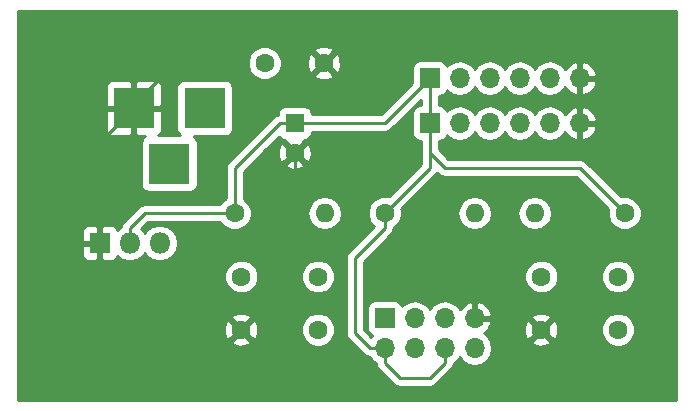
<source format=gbr>
G04 #@! TF.FileFunction,Copper,L2,Bot,Signal*
%FSLAX46Y46*%
G04 Gerber Fmt 4.6, Leading zero omitted, Abs format (unit mm)*
G04 Created by KiCad (PCBNEW 4.0.5+dfsg1-4~bpo8+1) date Mon Aug 28 11:49:41 2017*
%MOMM*%
%LPD*%
G01*
G04 APERTURE LIST*
%ADD10C,0.100000*%
%ADD11R,1.600000X1.600000*%
%ADD12C,1.600000*%
%ADD13R,3.500000X3.500000*%
%ADD14R,1.700000X1.700000*%
%ADD15O,1.700000X1.700000*%
%ADD16O,1.600000X1.600000*%
%ADD17R,1.800000X1.800000*%
%ADD18O,1.800000X1.800000*%
%ADD19C,0.250000*%
%ADD20C,0.254000*%
G04 APERTURE END LIST*
D10*
D11*
X148590000Y-64770000D03*
D12*
X148590000Y-67270000D03*
D13*
X140970000Y-63500000D03*
X134970000Y-63500000D03*
X137970000Y-68200000D03*
D14*
X156210000Y-81280000D03*
D15*
X156210000Y-83820000D03*
X158750000Y-81280000D03*
X158750000Y-83820000D03*
X161290000Y-81280000D03*
X161290000Y-83820000D03*
X163830000Y-81280000D03*
X163830000Y-83820000D03*
D12*
X156210000Y-72390000D03*
D16*
X163830000Y-72390000D03*
D12*
X176530000Y-72390000D03*
D16*
X168910000Y-72390000D03*
D12*
X143510000Y-72390000D03*
D16*
X151130000Y-72390000D03*
D12*
X150570000Y-82260000D03*
X150570000Y-77760000D03*
X144070000Y-82260000D03*
X144070000Y-77760000D03*
X175970000Y-82260000D03*
X175970000Y-77760000D03*
X169470000Y-82260000D03*
X169470000Y-77760000D03*
D17*
X132080000Y-74930000D03*
D18*
X134620000Y-74930000D03*
X137160000Y-74930000D03*
D12*
X146050000Y-59690000D03*
X151050000Y-59690000D03*
D14*
X160020000Y-60960000D03*
D15*
X162560000Y-60960000D03*
X165100000Y-60960000D03*
X167640000Y-60960000D03*
X170180000Y-60960000D03*
X172720000Y-60960000D03*
D14*
X160020000Y-64770000D03*
D15*
X162560000Y-64770000D03*
X165100000Y-64770000D03*
X167640000Y-64770000D03*
X170180000Y-64770000D03*
X172720000Y-64770000D03*
D19*
X163830000Y-81280000D02*
X168490000Y-81280000D01*
X168490000Y-81280000D02*
X169470000Y-82260000D01*
X172720000Y-64770000D02*
X175260000Y-64770000D01*
X172720000Y-79010000D02*
X169470000Y-82260000D01*
X172720000Y-76200000D02*
X172720000Y-79010000D01*
X173990000Y-74930000D02*
X172720000Y-76200000D01*
X177800000Y-74930000D02*
X173990000Y-74930000D01*
X179070000Y-73660000D02*
X177800000Y-74930000D01*
X179070000Y-68580000D02*
X179070000Y-73660000D01*
X175260000Y-64770000D02*
X179070000Y-68580000D01*
X172720000Y-60960000D02*
X172720000Y-64770000D01*
X151050000Y-59690000D02*
X151130000Y-59690000D01*
X151130000Y-59690000D02*
X152400000Y-58420000D01*
X172720000Y-59690000D02*
X172720000Y-60960000D01*
X171450000Y-58420000D02*
X172720000Y-59690000D01*
X152400000Y-58420000D02*
X171450000Y-58420000D01*
X139700000Y-78740000D02*
X143510000Y-74930000D01*
X148590000Y-72390000D02*
X148590000Y-67270000D01*
X146050000Y-74930000D02*
X148590000Y-72390000D01*
X143510000Y-74930000D02*
X146050000Y-74930000D01*
X132080000Y-74930000D02*
X132080000Y-76200000D01*
X140550000Y-78740000D02*
X144070000Y-82260000D01*
X134620000Y-78740000D02*
X139700000Y-78740000D01*
X139700000Y-78740000D02*
X140550000Y-78740000D01*
X132080000Y-76200000D02*
X134620000Y-78740000D01*
X134970000Y-63500000D02*
X134970000Y-63150000D01*
X134970000Y-63150000D02*
X138430000Y-59690000D01*
X148510000Y-62230000D02*
X151050000Y-59690000D01*
X144780000Y-62230000D02*
X148510000Y-62230000D01*
X142240000Y-59690000D02*
X144780000Y-62230000D01*
X138430000Y-59690000D02*
X142240000Y-59690000D01*
X132080000Y-74930000D02*
X132080000Y-66390000D01*
X132080000Y-66390000D02*
X134970000Y-63500000D01*
X156210000Y-83820000D02*
X156210000Y-85090000D01*
X161290000Y-85090000D02*
X161290000Y-83820000D01*
X160020000Y-86360000D02*
X161290000Y-85090000D01*
X157480000Y-86360000D02*
X160020000Y-86360000D01*
X156210000Y-85090000D02*
X157480000Y-86360000D01*
X156210000Y-72390000D02*
X156210000Y-73660000D01*
X154940000Y-83820000D02*
X156210000Y-83820000D01*
X153670000Y-82550000D02*
X154940000Y-83820000D01*
X153670000Y-76200000D02*
X153670000Y-82550000D01*
X156210000Y-73660000D02*
X153670000Y-76200000D01*
X160020000Y-66040000D02*
X160020000Y-67310000D01*
X172720000Y-68580000D02*
X176530000Y-72390000D01*
X161290000Y-68580000D02*
X172720000Y-68580000D01*
X160020000Y-67310000D02*
X161290000Y-68580000D01*
X160020000Y-64770000D02*
X160020000Y-66040000D01*
X160020000Y-66040000D02*
X160020000Y-68580000D01*
X160020000Y-68580000D02*
X156210000Y-72390000D01*
X160020000Y-60960000D02*
X160020000Y-64770000D01*
X148590000Y-64770000D02*
X156210000Y-64770000D01*
X156210000Y-64770000D02*
X160020000Y-60960000D01*
X143510000Y-72390000D02*
X143510000Y-68580000D01*
X147320000Y-64770000D02*
X148590000Y-64770000D01*
X143510000Y-68580000D02*
X147320000Y-64770000D01*
X134620000Y-74930000D02*
X134620000Y-73660000D01*
X135890000Y-72390000D02*
X143510000Y-72390000D01*
X134620000Y-73660000D02*
X135890000Y-72390000D01*
D20*
G36*
X180900000Y-88190000D02*
X125170000Y-88190000D01*
X125170000Y-83267745D01*
X143241861Y-83267745D01*
X143315995Y-83513864D01*
X143853223Y-83706965D01*
X144423454Y-83679778D01*
X144824005Y-83513864D01*
X144898139Y-83267745D01*
X144070000Y-82439605D01*
X143241861Y-83267745D01*
X125170000Y-83267745D01*
X125170000Y-82043223D01*
X142623035Y-82043223D01*
X142650222Y-82613454D01*
X142816136Y-83014005D01*
X143062255Y-83088139D01*
X143890395Y-82260000D01*
X144249605Y-82260000D01*
X145077745Y-83088139D01*
X145323864Y-83014005D01*
X145492735Y-82544187D01*
X149134752Y-82544187D01*
X149352757Y-83071800D01*
X149756077Y-83475824D01*
X150283309Y-83694750D01*
X150854187Y-83695248D01*
X151381800Y-83477243D01*
X151785824Y-83073923D01*
X152004750Y-82546691D01*
X152005248Y-81975813D01*
X151787243Y-81448200D01*
X151383923Y-81044176D01*
X150856691Y-80825250D01*
X150285813Y-80824752D01*
X149758200Y-81042757D01*
X149354176Y-81446077D01*
X149135250Y-81973309D01*
X149134752Y-82544187D01*
X145492735Y-82544187D01*
X145516965Y-82476777D01*
X145489778Y-81906546D01*
X145323864Y-81505995D01*
X145077745Y-81431861D01*
X144249605Y-82260000D01*
X143890395Y-82260000D01*
X143062255Y-81431861D01*
X142816136Y-81505995D01*
X142623035Y-82043223D01*
X125170000Y-82043223D01*
X125170000Y-81252255D01*
X143241861Y-81252255D01*
X144070000Y-82080395D01*
X144898139Y-81252255D01*
X144824005Y-81006136D01*
X144286777Y-80813035D01*
X143716546Y-80840222D01*
X143315995Y-81006136D01*
X143241861Y-81252255D01*
X125170000Y-81252255D01*
X125170000Y-78044187D01*
X142634752Y-78044187D01*
X142852757Y-78571800D01*
X143256077Y-78975824D01*
X143783309Y-79194750D01*
X144354187Y-79195248D01*
X144881800Y-78977243D01*
X145285824Y-78573923D01*
X145504750Y-78046691D01*
X145504752Y-78044187D01*
X149134752Y-78044187D01*
X149352757Y-78571800D01*
X149756077Y-78975824D01*
X150283309Y-79194750D01*
X150854187Y-79195248D01*
X151381800Y-78977243D01*
X151785824Y-78573923D01*
X152004750Y-78046691D01*
X152005248Y-77475813D01*
X151787243Y-76948200D01*
X151383923Y-76544176D01*
X150856691Y-76325250D01*
X150285813Y-76324752D01*
X149758200Y-76542757D01*
X149354176Y-76946077D01*
X149135250Y-77473309D01*
X149134752Y-78044187D01*
X145504752Y-78044187D01*
X145505248Y-77475813D01*
X145287243Y-76948200D01*
X144883923Y-76544176D01*
X144356691Y-76325250D01*
X143785813Y-76324752D01*
X143258200Y-76542757D01*
X142854176Y-76946077D01*
X142635250Y-77473309D01*
X142634752Y-78044187D01*
X125170000Y-78044187D01*
X125170000Y-75215750D01*
X130545000Y-75215750D01*
X130545000Y-75956310D01*
X130641673Y-76189699D01*
X130820302Y-76368327D01*
X131053691Y-76465000D01*
X131794250Y-76465000D01*
X131953000Y-76306250D01*
X131953000Y-75057000D01*
X130703750Y-75057000D01*
X130545000Y-75215750D01*
X125170000Y-75215750D01*
X125170000Y-73903690D01*
X130545000Y-73903690D01*
X130545000Y-74644250D01*
X130703750Y-74803000D01*
X131953000Y-74803000D01*
X131953000Y-73553750D01*
X132207000Y-73553750D01*
X132207000Y-74803000D01*
X132227000Y-74803000D01*
X132227000Y-75057000D01*
X132207000Y-75057000D01*
X132207000Y-76306250D01*
X132365750Y-76465000D01*
X133106309Y-76465000D01*
X133339698Y-76368327D01*
X133518327Y-76189699D01*
X133571878Y-76060417D01*
X134002509Y-76348155D01*
X134589928Y-76465000D01*
X134650072Y-76465000D01*
X135237491Y-76348155D01*
X135735481Y-76015409D01*
X135890000Y-75784155D01*
X136044519Y-76015409D01*
X136542509Y-76348155D01*
X137129928Y-76465000D01*
X137190072Y-76465000D01*
X137777491Y-76348155D01*
X138275481Y-76015409D01*
X138608227Y-75517419D01*
X138725072Y-74930000D01*
X138608227Y-74342581D01*
X138275481Y-73844591D01*
X137777491Y-73511845D01*
X137190072Y-73395000D01*
X137129928Y-73395000D01*
X136542509Y-73511845D01*
X136044519Y-73844591D01*
X135890000Y-74075845D01*
X135735481Y-73844591D01*
X135600441Y-73754361D01*
X136204802Y-73150000D01*
X142271354Y-73150000D01*
X142292757Y-73201800D01*
X142696077Y-73605824D01*
X143223309Y-73824750D01*
X143794187Y-73825248D01*
X144321800Y-73607243D01*
X144725824Y-73203923D01*
X144944750Y-72676691D01*
X144945000Y-72390000D01*
X149666887Y-72390000D01*
X149776120Y-72939151D01*
X150087189Y-73404698D01*
X150552736Y-73715767D01*
X151101887Y-73825000D01*
X151158113Y-73825000D01*
X151707264Y-73715767D01*
X152172811Y-73404698D01*
X152483880Y-72939151D01*
X152593113Y-72390000D01*
X152483880Y-71840849D01*
X152172811Y-71375302D01*
X151707264Y-71064233D01*
X151158113Y-70955000D01*
X151101887Y-70955000D01*
X150552736Y-71064233D01*
X150087189Y-71375302D01*
X149776120Y-71840849D01*
X149666887Y-72390000D01*
X144945000Y-72390000D01*
X144945248Y-72105813D01*
X144727243Y-71578200D01*
X144323923Y-71174176D01*
X144270000Y-71151785D01*
X144270000Y-68894802D01*
X144887057Y-68277745D01*
X147761861Y-68277745D01*
X147835995Y-68523864D01*
X148373223Y-68716965D01*
X148943454Y-68689778D01*
X149344005Y-68523864D01*
X149418139Y-68277745D01*
X148590000Y-67449605D01*
X147761861Y-68277745D01*
X144887057Y-68277745D01*
X146111579Y-67053223D01*
X147143035Y-67053223D01*
X147170222Y-67623454D01*
X147336136Y-68024005D01*
X147582255Y-68098139D01*
X148410395Y-67270000D01*
X148769605Y-67270000D01*
X149597745Y-68098139D01*
X149843864Y-68024005D01*
X150036965Y-67486777D01*
X150009778Y-66916546D01*
X149843864Y-66515995D01*
X149597745Y-66441861D01*
X148769605Y-67270000D01*
X148410395Y-67270000D01*
X147582255Y-66441861D01*
X147336136Y-66515995D01*
X147143035Y-67053223D01*
X146111579Y-67053223D01*
X147254436Y-65910366D01*
X147325910Y-66021441D01*
X147538110Y-66166431D01*
X147776201Y-66214646D01*
X147761861Y-66262255D01*
X148590000Y-67090395D01*
X149418139Y-66262255D01*
X149403855Y-66214833D01*
X149625317Y-66173162D01*
X149841441Y-66034090D01*
X149986431Y-65821890D01*
X150037440Y-65570000D01*
X150037440Y-65530000D01*
X156210000Y-65530000D01*
X156500839Y-65472148D01*
X156747401Y-65307401D01*
X159260000Y-62794802D01*
X159260000Y-63272560D01*
X159170000Y-63272560D01*
X158934683Y-63316838D01*
X158718559Y-63455910D01*
X158573569Y-63668110D01*
X158522560Y-63920000D01*
X158522560Y-65620000D01*
X158566838Y-65855317D01*
X158705910Y-66071441D01*
X158918110Y-66216431D01*
X159170000Y-66267440D01*
X159260000Y-66267440D01*
X159260000Y-68265198D01*
X156548454Y-70976744D01*
X156496691Y-70955250D01*
X155925813Y-70954752D01*
X155398200Y-71172757D01*
X154994176Y-71576077D01*
X154775250Y-72103309D01*
X154774752Y-72674187D01*
X154992757Y-73201800D01*
X155292816Y-73502382D01*
X153132599Y-75662599D01*
X152967852Y-75909161D01*
X152910000Y-76200000D01*
X152910000Y-82550000D01*
X152967852Y-82840839D01*
X153132599Y-83087401D01*
X154402599Y-84357401D01*
X154649160Y-84522148D01*
X154940000Y-84580000D01*
X154946699Y-84580000D01*
X155159946Y-84899147D01*
X155450678Y-85093407D01*
X155507852Y-85380839D01*
X155672599Y-85627401D01*
X156942599Y-86897401D01*
X157189160Y-87062148D01*
X157480000Y-87120000D01*
X160020000Y-87120000D01*
X160310839Y-87062148D01*
X160557401Y-86897401D01*
X161827401Y-85627401D01*
X161992148Y-85380840D01*
X162049322Y-85093407D01*
X162340054Y-84899147D01*
X162560000Y-84569974D01*
X162779946Y-84899147D01*
X163261715Y-85221054D01*
X163830000Y-85334093D01*
X164398285Y-85221054D01*
X164880054Y-84899147D01*
X165201961Y-84417378D01*
X165315000Y-83849093D01*
X165315000Y-83790907D01*
X165210937Y-83267745D01*
X168641861Y-83267745D01*
X168715995Y-83513864D01*
X169253223Y-83706965D01*
X169823454Y-83679778D01*
X170224005Y-83513864D01*
X170298139Y-83267745D01*
X169470000Y-82439605D01*
X168641861Y-83267745D01*
X165210937Y-83267745D01*
X165201961Y-83222622D01*
X164880054Y-82740853D01*
X164596899Y-82551655D01*
X164596924Y-82551645D01*
X165025183Y-82161358D01*
X165080662Y-82043223D01*
X168023035Y-82043223D01*
X168050222Y-82613454D01*
X168216136Y-83014005D01*
X168462255Y-83088139D01*
X169290395Y-82260000D01*
X169649605Y-82260000D01*
X170477745Y-83088139D01*
X170723864Y-83014005D01*
X170892735Y-82544187D01*
X174534752Y-82544187D01*
X174752757Y-83071800D01*
X175156077Y-83475824D01*
X175683309Y-83694750D01*
X176254187Y-83695248D01*
X176781800Y-83477243D01*
X177185824Y-83073923D01*
X177404750Y-82546691D01*
X177405248Y-81975813D01*
X177187243Y-81448200D01*
X176783923Y-81044176D01*
X176256691Y-80825250D01*
X175685813Y-80824752D01*
X175158200Y-81042757D01*
X174754176Y-81446077D01*
X174535250Y-81973309D01*
X174534752Y-82544187D01*
X170892735Y-82544187D01*
X170916965Y-82476777D01*
X170889778Y-81906546D01*
X170723864Y-81505995D01*
X170477745Y-81431861D01*
X169649605Y-82260000D01*
X169290395Y-82260000D01*
X168462255Y-81431861D01*
X168216136Y-81505995D01*
X168023035Y-82043223D01*
X165080662Y-82043223D01*
X165271486Y-81636892D01*
X165150819Y-81407000D01*
X163957000Y-81407000D01*
X163957000Y-81427000D01*
X163703000Y-81427000D01*
X163703000Y-81407000D01*
X163683000Y-81407000D01*
X163683000Y-81252255D01*
X168641861Y-81252255D01*
X169470000Y-82080395D01*
X170298139Y-81252255D01*
X170224005Y-81006136D01*
X169686777Y-80813035D01*
X169116546Y-80840222D01*
X168715995Y-81006136D01*
X168641861Y-81252255D01*
X163683000Y-81252255D01*
X163683000Y-81153000D01*
X163703000Y-81153000D01*
X163703000Y-79959845D01*
X163957000Y-79959845D01*
X163957000Y-81153000D01*
X165150819Y-81153000D01*
X165271486Y-80923108D01*
X165025183Y-80398642D01*
X164596924Y-80008355D01*
X164186890Y-79838524D01*
X163957000Y-79959845D01*
X163703000Y-79959845D01*
X163473110Y-79838524D01*
X163063076Y-80008355D01*
X162634817Y-80398642D01*
X162567702Y-80541553D01*
X162340054Y-80200853D01*
X161858285Y-79878946D01*
X161290000Y-79765907D01*
X160721715Y-79878946D01*
X160239946Y-80200853D01*
X160020000Y-80530026D01*
X159800054Y-80200853D01*
X159318285Y-79878946D01*
X158750000Y-79765907D01*
X158181715Y-79878946D01*
X157699946Y-80200853D01*
X157672150Y-80242452D01*
X157663162Y-80194683D01*
X157524090Y-79978559D01*
X157311890Y-79833569D01*
X157060000Y-79782560D01*
X155360000Y-79782560D01*
X155124683Y-79826838D01*
X154908559Y-79965910D01*
X154763569Y-80178110D01*
X154712560Y-80430000D01*
X154712560Y-82130000D01*
X154756838Y-82365317D01*
X154895910Y-82581441D01*
X155108110Y-82726431D01*
X155164454Y-82737841D01*
X155159946Y-82740853D01*
X155070108Y-82875306D01*
X154430000Y-82235198D01*
X154430000Y-78044187D01*
X168034752Y-78044187D01*
X168252757Y-78571800D01*
X168656077Y-78975824D01*
X169183309Y-79194750D01*
X169754187Y-79195248D01*
X170281800Y-78977243D01*
X170685824Y-78573923D01*
X170904750Y-78046691D01*
X170904752Y-78044187D01*
X174534752Y-78044187D01*
X174752757Y-78571800D01*
X175156077Y-78975824D01*
X175683309Y-79194750D01*
X176254187Y-79195248D01*
X176781800Y-78977243D01*
X177185824Y-78573923D01*
X177404750Y-78046691D01*
X177405248Y-77475813D01*
X177187243Y-76948200D01*
X176783923Y-76544176D01*
X176256691Y-76325250D01*
X175685813Y-76324752D01*
X175158200Y-76542757D01*
X174754176Y-76946077D01*
X174535250Y-77473309D01*
X174534752Y-78044187D01*
X170904752Y-78044187D01*
X170905248Y-77475813D01*
X170687243Y-76948200D01*
X170283923Y-76544176D01*
X169756691Y-76325250D01*
X169185813Y-76324752D01*
X168658200Y-76542757D01*
X168254176Y-76946077D01*
X168035250Y-77473309D01*
X168034752Y-78044187D01*
X154430000Y-78044187D01*
X154430000Y-76514802D01*
X156747401Y-74197401D01*
X156912148Y-73950840D01*
X156937229Y-73824750D01*
X156970000Y-73660000D01*
X156970000Y-73628646D01*
X157021800Y-73607243D01*
X157425824Y-73203923D01*
X157644750Y-72676691D01*
X157645000Y-72390000D01*
X162366887Y-72390000D01*
X162476120Y-72939151D01*
X162787189Y-73404698D01*
X163252736Y-73715767D01*
X163801887Y-73825000D01*
X163858113Y-73825000D01*
X164407264Y-73715767D01*
X164872811Y-73404698D01*
X165183880Y-72939151D01*
X165293113Y-72390000D01*
X167446887Y-72390000D01*
X167556120Y-72939151D01*
X167867189Y-73404698D01*
X168332736Y-73715767D01*
X168881887Y-73825000D01*
X168938113Y-73825000D01*
X169487264Y-73715767D01*
X169952811Y-73404698D01*
X170263880Y-72939151D01*
X170373113Y-72390000D01*
X170263880Y-71840849D01*
X169952811Y-71375302D01*
X169487264Y-71064233D01*
X168938113Y-70955000D01*
X168881887Y-70955000D01*
X168332736Y-71064233D01*
X167867189Y-71375302D01*
X167556120Y-71840849D01*
X167446887Y-72390000D01*
X165293113Y-72390000D01*
X165183880Y-71840849D01*
X164872811Y-71375302D01*
X164407264Y-71064233D01*
X163858113Y-70955000D01*
X163801887Y-70955000D01*
X163252736Y-71064233D01*
X162787189Y-71375302D01*
X162476120Y-71840849D01*
X162366887Y-72390000D01*
X157645000Y-72390000D01*
X157645248Y-72105813D01*
X157622951Y-72051851D01*
X160557401Y-69117401D01*
X160635586Y-69000388D01*
X160752599Y-69117401D01*
X160999160Y-69282148D01*
X161290000Y-69340000D01*
X172405198Y-69340000D01*
X175116744Y-72051546D01*
X175095250Y-72103309D01*
X175094752Y-72674187D01*
X175312757Y-73201800D01*
X175716077Y-73605824D01*
X176243309Y-73824750D01*
X176814187Y-73825248D01*
X177341800Y-73607243D01*
X177745824Y-73203923D01*
X177964750Y-72676691D01*
X177965248Y-72105813D01*
X177747243Y-71578200D01*
X177343923Y-71174176D01*
X176816691Y-70955250D01*
X176245813Y-70954752D01*
X176191851Y-70977049D01*
X173257401Y-68042599D01*
X173010839Y-67877852D01*
X172720000Y-67820000D01*
X161604802Y-67820000D01*
X160780000Y-66995198D01*
X160780000Y-66267440D01*
X160870000Y-66267440D01*
X161105317Y-66223162D01*
X161321441Y-66084090D01*
X161466431Y-65871890D01*
X161480086Y-65804459D01*
X161509946Y-65849147D01*
X161991715Y-66171054D01*
X162560000Y-66284093D01*
X163128285Y-66171054D01*
X163610054Y-65849147D01*
X163830000Y-65519974D01*
X164049946Y-65849147D01*
X164531715Y-66171054D01*
X165100000Y-66284093D01*
X165668285Y-66171054D01*
X166150054Y-65849147D01*
X166370000Y-65519974D01*
X166589946Y-65849147D01*
X167071715Y-66171054D01*
X167640000Y-66284093D01*
X168208285Y-66171054D01*
X168690054Y-65849147D01*
X168910000Y-65519974D01*
X169129946Y-65849147D01*
X169611715Y-66171054D01*
X170180000Y-66284093D01*
X170748285Y-66171054D01*
X171230054Y-65849147D01*
X171457702Y-65508447D01*
X171524817Y-65651358D01*
X171953076Y-66041645D01*
X172363110Y-66211476D01*
X172593000Y-66090155D01*
X172593000Y-64897000D01*
X172847000Y-64897000D01*
X172847000Y-66090155D01*
X173076890Y-66211476D01*
X173486924Y-66041645D01*
X173915183Y-65651358D01*
X174161486Y-65126892D01*
X174040819Y-64897000D01*
X172847000Y-64897000D01*
X172593000Y-64897000D01*
X172573000Y-64897000D01*
X172573000Y-64643000D01*
X172593000Y-64643000D01*
X172593000Y-63449845D01*
X172847000Y-63449845D01*
X172847000Y-64643000D01*
X174040819Y-64643000D01*
X174161486Y-64413108D01*
X173915183Y-63888642D01*
X173486924Y-63498355D01*
X173076890Y-63328524D01*
X172847000Y-63449845D01*
X172593000Y-63449845D01*
X172363110Y-63328524D01*
X171953076Y-63498355D01*
X171524817Y-63888642D01*
X171457702Y-64031553D01*
X171230054Y-63690853D01*
X170748285Y-63368946D01*
X170180000Y-63255907D01*
X169611715Y-63368946D01*
X169129946Y-63690853D01*
X168910000Y-64020026D01*
X168690054Y-63690853D01*
X168208285Y-63368946D01*
X167640000Y-63255907D01*
X167071715Y-63368946D01*
X166589946Y-63690853D01*
X166370000Y-64020026D01*
X166150054Y-63690853D01*
X165668285Y-63368946D01*
X165100000Y-63255907D01*
X164531715Y-63368946D01*
X164049946Y-63690853D01*
X163830000Y-64020026D01*
X163610054Y-63690853D01*
X163128285Y-63368946D01*
X162560000Y-63255907D01*
X161991715Y-63368946D01*
X161509946Y-63690853D01*
X161482150Y-63732452D01*
X161473162Y-63684683D01*
X161334090Y-63468559D01*
X161121890Y-63323569D01*
X160870000Y-63272560D01*
X160780000Y-63272560D01*
X160780000Y-62457440D01*
X160870000Y-62457440D01*
X161105317Y-62413162D01*
X161321441Y-62274090D01*
X161466431Y-62061890D01*
X161480086Y-61994459D01*
X161509946Y-62039147D01*
X161991715Y-62361054D01*
X162560000Y-62474093D01*
X163128285Y-62361054D01*
X163610054Y-62039147D01*
X163830000Y-61709974D01*
X164049946Y-62039147D01*
X164531715Y-62361054D01*
X165100000Y-62474093D01*
X165668285Y-62361054D01*
X166150054Y-62039147D01*
X166370000Y-61709974D01*
X166589946Y-62039147D01*
X167071715Y-62361054D01*
X167640000Y-62474093D01*
X168208285Y-62361054D01*
X168690054Y-62039147D01*
X168910000Y-61709974D01*
X169129946Y-62039147D01*
X169611715Y-62361054D01*
X170180000Y-62474093D01*
X170748285Y-62361054D01*
X171230054Y-62039147D01*
X171457702Y-61698447D01*
X171524817Y-61841358D01*
X171953076Y-62231645D01*
X172363110Y-62401476D01*
X172593000Y-62280155D01*
X172593000Y-61087000D01*
X172847000Y-61087000D01*
X172847000Y-62280155D01*
X173076890Y-62401476D01*
X173486924Y-62231645D01*
X173915183Y-61841358D01*
X174161486Y-61316892D01*
X174040819Y-61087000D01*
X172847000Y-61087000D01*
X172593000Y-61087000D01*
X172573000Y-61087000D01*
X172573000Y-60833000D01*
X172593000Y-60833000D01*
X172593000Y-59639845D01*
X172847000Y-59639845D01*
X172847000Y-60833000D01*
X174040819Y-60833000D01*
X174161486Y-60603108D01*
X173915183Y-60078642D01*
X173486924Y-59688355D01*
X173076890Y-59518524D01*
X172847000Y-59639845D01*
X172593000Y-59639845D01*
X172363110Y-59518524D01*
X171953076Y-59688355D01*
X171524817Y-60078642D01*
X171457702Y-60221553D01*
X171230054Y-59880853D01*
X170748285Y-59558946D01*
X170180000Y-59445907D01*
X169611715Y-59558946D01*
X169129946Y-59880853D01*
X168910000Y-60210026D01*
X168690054Y-59880853D01*
X168208285Y-59558946D01*
X167640000Y-59445907D01*
X167071715Y-59558946D01*
X166589946Y-59880853D01*
X166370000Y-60210026D01*
X166150054Y-59880853D01*
X165668285Y-59558946D01*
X165100000Y-59445907D01*
X164531715Y-59558946D01*
X164049946Y-59880853D01*
X163830000Y-60210026D01*
X163610054Y-59880853D01*
X163128285Y-59558946D01*
X162560000Y-59445907D01*
X161991715Y-59558946D01*
X161509946Y-59880853D01*
X161482150Y-59922452D01*
X161473162Y-59874683D01*
X161334090Y-59658559D01*
X161121890Y-59513569D01*
X160870000Y-59462560D01*
X159170000Y-59462560D01*
X158934683Y-59506838D01*
X158718559Y-59645910D01*
X158573569Y-59858110D01*
X158522560Y-60110000D01*
X158522560Y-61382638D01*
X155895198Y-64010000D01*
X150037440Y-64010000D01*
X150037440Y-63970000D01*
X149993162Y-63734683D01*
X149854090Y-63518559D01*
X149641890Y-63373569D01*
X149390000Y-63322560D01*
X147790000Y-63322560D01*
X147554683Y-63366838D01*
X147338559Y-63505910D01*
X147193569Y-63718110D01*
X147142560Y-63970000D01*
X147142560Y-64045295D01*
X147029161Y-64067852D01*
X146782599Y-64232599D01*
X142972599Y-68042599D01*
X142807852Y-68289161D01*
X142750000Y-68580000D01*
X142750000Y-71151354D01*
X142698200Y-71172757D01*
X142294176Y-71576077D01*
X142271785Y-71630000D01*
X135890000Y-71630000D01*
X135599160Y-71687852D01*
X135352599Y-71852599D01*
X134082599Y-73122599D01*
X133917852Y-73369161D01*
X133872143Y-73598953D01*
X133571878Y-73799583D01*
X133518327Y-73670301D01*
X133339698Y-73491673D01*
X133106309Y-73395000D01*
X132365750Y-73395000D01*
X132207000Y-73553750D01*
X131953000Y-73553750D01*
X131794250Y-73395000D01*
X131053691Y-73395000D01*
X130820302Y-73491673D01*
X130641673Y-73670301D01*
X130545000Y-73903690D01*
X125170000Y-73903690D01*
X125170000Y-63785750D01*
X132585000Y-63785750D01*
X132585000Y-65376310D01*
X132681673Y-65609699D01*
X132860302Y-65788327D01*
X133093691Y-65885000D01*
X134684250Y-65885000D01*
X134843000Y-65726250D01*
X134843000Y-63627000D01*
X135097000Y-63627000D01*
X135097000Y-65726250D01*
X135255750Y-65885000D01*
X135925378Y-65885000D01*
X135768559Y-65985910D01*
X135623569Y-66198110D01*
X135572560Y-66450000D01*
X135572560Y-69950000D01*
X135616838Y-70185317D01*
X135755910Y-70401441D01*
X135968110Y-70546431D01*
X136220000Y-70597440D01*
X139720000Y-70597440D01*
X139955317Y-70553162D01*
X140171441Y-70414090D01*
X140316431Y-70201890D01*
X140367440Y-69950000D01*
X140367440Y-66450000D01*
X140323162Y-66214683D01*
X140184090Y-65998559D01*
X140036097Y-65897440D01*
X142720000Y-65897440D01*
X142955317Y-65853162D01*
X143171441Y-65714090D01*
X143316431Y-65501890D01*
X143367440Y-65250000D01*
X143367440Y-61750000D01*
X143323162Y-61514683D01*
X143184090Y-61298559D01*
X142971890Y-61153569D01*
X142720000Y-61102560D01*
X139220000Y-61102560D01*
X138984683Y-61146838D01*
X138768559Y-61285910D01*
X138623569Y-61498110D01*
X138572560Y-61750000D01*
X138572560Y-65250000D01*
X138616838Y-65485317D01*
X138755910Y-65701441D01*
X138903903Y-65802560D01*
X137045337Y-65802560D01*
X137079698Y-65788327D01*
X137258327Y-65609699D01*
X137355000Y-65376310D01*
X137355000Y-63785750D01*
X137196250Y-63627000D01*
X135097000Y-63627000D01*
X134843000Y-63627000D01*
X132743750Y-63627000D01*
X132585000Y-63785750D01*
X125170000Y-63785750D01*
X125170000Y-61623690D01*
X132585000Y-61623690D01*
X132585000Y-63214250D01*
X132743750Y-63373000D01*
X134843000Y-63373000D01*
X134843000Y-61273750D01*
X135097000Y-61273750D01*
X135097000Y-63373000D01*
X137196250Y-63373000D01*
X137355000Y-63214250D01*
X137355000Y-61623690D01*
X137258327Y-61390301D01*
X137079698Y-61211673D01*
X136846309Y-61115000D01*
X135255750Y-61115000D01*
X135097000Y-61273750D01*
X134843000Y-61273750D01*
X134684250Y-61115000D01*
X133093691Y-61115000D01*
X132860302Y-61211673D01*
X132681673Y-61390301D01*
X132585000Y-61623690D01*
X125170000Y-61623690D01*
X125170000Y-59974187D01*
X144614752Y-59974187D01*
X144832757Y-60501800D01*
X145236077Y-60905824D01*
X145763309Y-61124750D01*
X146334187Y-61125248D01*
X146861800Y-60907243D01*
X147071663Y-60697745D01*
X150221861Y-60697745D01*
X150295995Y-60943864D01*
X150833223Y-61136965D01*
X151403454Y-61109778D01*
X151804005Y-60943864D01*
X151878139Y-60697745D01*
X151050000Y-59869605D01*
X150221861Y-60697745D01*
X147071663Y-60697745D01*
X147265824Y-60503923D01*
X147484750Y-59976691D01*
X147485189Y-59473223D01*
X149603035Y-59473223D01*
X149630222Y-60043454D01*
X149796136Y-60444005D01*
X150042255Y-60518139D01*
X150870395Y-59690000D01*
X151229605Y-59690000D01*
X152057745Y-60518139D01*
X152303864Y-60444005D01*
X152496965Y-59906777D01*
X152469778Y-59336546D01*
X152303864Y-58935995D01*
X152057745Y-58861861D01*
X151229605Y-59690000D01*
X150870395Y-59690000D01*
X150042255Y-58861861D01*
X149796136Y-58935995D01*
X149603035Y-59473223D01*
X147485189Y-59473223D01*
X147485248Y-59405813D01*
X147267243Y-58878200D01*
X147071640Y-58682255D01*
X150221861Y-58682255D01*
X151050000Y-59510395D01*
X151878139Y-58682255D01*
X151804005Y-58436136D01*
X151266777Y-58243035D01*
X150696546Y-58270222D01*
X150295995Y-58436136D01*
X150221861Y-58682255D01*
X147071640Y-58682255D01*
X146863923Y-58474176D01*
X146336691Y-58255250D01*
X145765813Y-58254752D01*
X145238200Y-58472757D01*
X144834176Y-58876077D01*
X144615250Y-59403309D01*
X144614752Y-59974187D01*
X125170000Y-59974187D01*
X125170000Y-55320000D01*
X180900000Y-55320000D01*
X180900000Y-88190000D01*
X180900000Y-88190000D01*
G37*
X180900000Y-88190000D02*
X125170000Y-88190000D01*
X125170000Y-83267745D01*
X143241861Y-83267745D01*
X143315995Y-83513864D01*
X143853223Y-83706965D01*
X144423454Y-83679778D01*
X144824005Y-83513864D01*
X144898139Y-83267745D01*
X144070000Y-82439605D01*
X143241861Y-83267745D01*
X125170000Y-83267745D01*
X125170000Y-82043223D01*
X142623035Y-82043223D01*
X142650222Y-82613454D01*
X142816136Y-83014005D01*
X143062255Y-83088139D01*
X143890395Y-82260000D01*
X144249605Y-82260000D01*
X145077745Y-83088139D01*
X145323864Y-83014005D01*
X145492735Y-82544187D01*
X149134752Y-82544187D01*
X149352757Y-83071800D01*
X149756077Y-83475824D01*
X150283309Y-83694750D01*
X150854187Y-83695248D01*
X151381800Y-83477243D01*
X151785824Y-83073923D01*
X152004750Y-82546691D01*
X152005248Y-81975813D01*
X151787243Y-81448200D01*
X151383923Y-81044176D01*
X150856691Y-80825250D01*
X150285813Y-80824752D01*
X149758200Y-81042757D01*
X149354176Y-81446077D01*
X149135250Y-81973309D01*
X149134752Y-82544187D01*
X145492735Y-82544187D01*
X145516965Y-82476777D01*
X145489778Y-81906546D01*
X145323864Y-81505995D01*
X145077745Y-81431861D01*
X144249605Y-82260000D01*
X143890395Y-82260000D01*
X143062255Y-81431861D01*
X142816136Y-81505995D01*
X142623035Y-82043223D01*
X125170000Y-82043223D01*
X125170000Y-81252255D01*
X143241861Y-81252255D01*
X144070000Y-82080395D01*
X144898139Y-81252255D01*
X144824005Y-81006136D01*
X144286777Y-80813035D01*
X143716546Y-80840222D01*
X143315995Y-81006136D01*
X143241861Y-81252255D01*
X125170000Y-81252255D01*
X125170000Y-78044187D01*
X142634752Y-78044187D01*
X142852757Y-78571800D01*
X143256077Y-78975824D01*
X143783309Y-79194750D01*
X144354187Y-79195248D01*
X144881800Y-78977243D01*
X145285824Y-78573923D01*
X145504750Y-78046691D01*
X145504752Y-78044187D01*
X149134752Y-78044187D01*
X149352757Y-78571800D01*
X149756077Y-78975824D01*
X150283309Y-79194750D01*
X150854187Y-79195248D01*
X151381800Y-78977243D01*
X151785824Y-78573923D01*
X152004750Y-78046691D01*
X152005248Y-77475813D01*
X151787243Y-76948200D01*
X151383923Y-76544176D01*
X150856691Y-76325250D01*
X150285813Y-76324752D01*
X149758200Y-76542757D01*
X149354176Y-76946077D01*
X149135250Y-77473309D01*
X149134752Y-78044187D01*
X145504752Y-78044187D01*
X145505248Y-77475813D01*
X145287243Y-76948200D01*
X144883923Y-76544176D01*
X144356691Y-76325250D01*
X143785813Y-76324752D01*
X143258200Y-76542757D01*
X142854176Y-76946077D01*
X142635250Y-77473309D01*
X142634752Y-78044187D01*
X125170000Y-78044187D01*
X125170000Y-75215750D01*
X130545000Y-75215750D01*
X130545000Y-75956310D01*
X130641673Y-76189699D01*
X130820302Y-76368327D01*
X131053691Y-76465000D01*
X131794250Y-76465000D01*
X131953000Y-76306250D01*
X131953000Y-75057000D01*
X130703750Y-75057000D01*
X130545000Y-75215750D01*
X125170000Y-75215750D01*
X125170000Y-73903690D01*
X130545000Y-73903690D01*
X130545000Y-74644250D01*
X130703750Y-74803000D01*
X131953000Y-74803000D01*
X131953000Y-73553750D01*
X132207000Y-73553750D01*
X132207000Y-74803000D01*
X132227000Y-74803000D01*
X132227000Y-75057000D01*
X132207000Y-75057000D01*
X132207000Y-76306250D01*
X132365750Y-76465000D01*
X133106309Y-76465000D01*
X133339698Y-76368327D01*
X133518327Y-76189699D01*
X133571878Y-76060417D01*
X134002509Y-76348155D01*
X134589928Y-76465000D01*
X134650072Y-76465000D01*
X135237491Y-76348155D01*
X135735481Y-76015409D01*
X135890000Y-75784155D01*
X136044519Y-76015409D01*
X136542509Y-76348155D01*
X137129928Y-76465000D01*
X137190072Y-76465000D01*
X137777491Y-76348155D01*
X138275481Y-76015409D01*
X138608227Y-75517419D01*
X138725072Y-74930000D01*
X138608227Y-74342581D01*
X138275481Y-73844591D01*
X137777491Y-73511845D01*
X137190072Y-73395000D01*
X137129928Y-73395000D01*
X136542509Y-73511845D01*
X136044519Y-73844591D01*
X135890000Y-74075845D01*
X135735481Y-73844591D01*
X135600441Y-73754361D01*
X136204802Y-73150000D01*
X142271354Y-73150000D01*
X142292757Y-73201800D01*
X142696077Y-73605824D01*
X143223309Y-73824750D01*
X143794187Y-73825248D01*
X144321800Y-73607243D01*
X144725824Y-73203923D01*
X144944750Y-72676691D01*
X144945000Y-72390000D01*
X149666887Y-72390000D01*
X149776120Y-72939151D01*
X150087189Y-73404698D01*
X150552736Y-73715767D01*
X151101887Y-73825000D01*
X151158113Y-73825000D01*
X151707264Y-73715767D01*
X152172811Y-73404698D01*
X152483880Y-72939151D01*
X152593113Y-72390000D01*
X152483880Y-71840849D01*
X152172811Y-71375302D01*
X151707264Y-71064233D01*
X151158113Y-70955000D01*
X151101887Y-70955000D01*
X150552736Y-71064233D01*
X150087189Y-71375302D01*
X149776120Y-71840849D01*
X149666887Y-72390000D01*
X144945000Y-72390000D01*
X144945248Y-72105813D01*
X144727243Y-71578200D01*
X144323923Y-71174176D01*
X144270000Y-71151785D01*
X144270000Y-68894802D01*
X144887057Y-68277745D01*
X147761861Y-68277745D01*
X147835995Y-68523864D01*
X148373223Y-68716965D01*
X148943454Y-68689778D01*
X149344005Y-68523864D01*
X149418139Y-68277745D01*
X148590000Y-67449605D01*
X147761861Y-68277745D01*
X144887057Y-68277745D01*
X146111579Y-67053223D01*
X147143035Y-67053223D01*
X147170222Y-67623454D01*
X147336136Y-68024005D01*
X147582255Y-68098139D01*
X148410395Y-67270000D01*
X148769605Y-67270000D01*
X149597745Y-68098139D01*
X149843864Y-68024005D01*
X150036965Y-67486777D01*
X150009778Y-66916546D01*
X149843864Y-66515995D01*
X149597745Y-66441861D01*
X148769605Y-67270000D01*
X148410395Y-67270000D01*
X147582255Y-66441861D01*
X147336136Y-66515995D01*
X147143035Y-67053223D01*
X146111579Y-67053223D01*
X147254436Y-65910366D01*
X147325910Y-66021441D01*
X147538110Y-66166431D01*
X147776201Y-66214646D01*
X147761861Y-66262255D01*
X148590000Y-67090395D01*
X149418139Y-66262255D01*
X149403855Y-66214833D01*
X149625317Y-66173162D01*
X149841441Y-66034090D01*
X149986431Y-65821890D01*
X150037440Y-65570000D01*
X150037440Y-65530000D01*
X156210000Y-65530000D01*
X156500839Y-65472148D01*
X156747401Y-65307401D01*
X159260000Y-62794802D01*
X159260000Y-63272560D01*
X159170000Y-63272560D01*
X158934683Y-63316838D01*
X158718559Y-63455910D01*
X158573569Y-63668110D01*
X158522560Y-63920000D01*
X158522560Y-65620000D01*
X158566838Y-65855317D01*
X158705910Y-66071441D01*
X158918110Y-66216431D01*
X159170000Y-66267440D01*
X159260000Y-66267440D01*
X159260000Y-68265198D01*
X156548454Y-70976744D01*
X156496691Y-70955250D01*
X155925813Y-70954752D01*
X155398200Y-71172757D01*
X154994176Y-71576077D01*
X154775250Y-72103309D01*
X154774752Y-72674187D01*
X154992757Y-73201800D01*
X155292816Y-73502382D01*
X153132599Y-75662599D01*
X152967852Y-75909161D01*
X152910000Y-76200000D01*
X152910000Y-82550000D01*
X152967852Y-82840839D01*
X153132599Y-83087401D01*
X154402599Y-84357401D01*
X154649160Y-84522148D01*
X154940000Y-84580000D01*
X154946699Y-84580000D01*
X155159946Y-84899147D01*
X155450678Y-85093407D01*
X155507852Y-85380839D01*
X155672599Y-85627401D01*
X156942599Y-86897401D01*
X157189160Y-87062148D01*
X157480000Y-87120000D01*
X160020000Y-87120000D01*
X160310839Y-87062148D01*
X160557401Y-86897401D01*
X161827401Y-85627401D01*
X161992148Y-85380840D01*
X162049322Y-85093407D01*
X162340054Y-84899147D01*
X162560000Y-84569974D01*
X162779946Y-84899147D01*
X163261715Y-85221054D01*
X163830000Y-85334093D01*
X164398285Y-85221054D01*
X164880054Y-84899147D01*
X165201961Y-84417378D01*
X165315000Y-83849093D01*
X165315000Y-83790907D01*
X165210937Y-83267745D01*
X168641861Y-83267745D01*
X168715995Y-83513864D01*
X169253223Y-83706965D01*
X169823454Y-83679778D01*
X170224005Y-83513864D01*
X170298139Y-83267745D01*
X169470000Y-82439605D01*
X168641861Y-83267745D01*
X165210937Y-83267745D01*
X165201961Y-83222622D01*
X164880054Y-82740853D01*
X164596899Y-82551655D01*
X164596924Y-82551645D01*
X165025183Y-82161358D01*
X165080662Y-82043223D01*
X168023035Y-82043223D01*
X168050222Y-82613454D01*
X168216136Y-83014005D01*
X168462255Y-83088139D01*
X169290395Y-82260000D01*
X169649605Y-82260000D01*
X170477745Y-83088139D01*
X170723864Y-83014005D01*
X170892735Y-82544187D01*
X174534752Y-82544187D01*
X174752757Y-83071800D01*
X175156077Y-83475824D01*
X175683309Y-83694750D01*
X176254187Y-83695248D01*
X176781800Y-83477243D01*
X177185824Y-83073923D01*
X177404750Y-82546691D01*
X177405248Y-81975813D01*
X177187243Y-81448200D01*
X176783923Y-81044176D01*
X176256691Y-80825250D01*
X175685813Y-80824752D01*
X175158200Y-81042757D01*
X174754176Y-81446077D01*
X174535250Y-81973309D01*
X174534752Y-82544187D01*
X170892735Y-82544187D01*
X170916965Y-82476777D01*
X170889778Y-81906546D01*
X170723864Y-81505995D01*
X170477745Y-81431861D01*
X169649605Y-82260000D01*
X169290395Y-82260000D01*
X168462255Y-81431861D01*
X168216136Y-81505995D01*
X168023035Y-82043223D01*
X165080662Y-82043223D01*
X165271486Y-81636892D01*
X165150819Y-81407000D01*
X163957000Y-81407000D01*
X163957000Y-81427000D01*
X163703000Y-81427000D01*
X163703000Y-81407000D01*
X163683000Y-81407000D01*
X163683000Y-81252255D01*
X168641861Y-81252255D01*
X169470000Y-82080395D01*
X170298139Y-81252255D01*
X170224005Y-81006136D01*
X169686777Y-80813035D01*
X169116546Y-80840222D01*
X168715995Y-81006136D01*
X168641861Y-81252255D01*
X163683000Y-81252255D01*
X163683000Y-81153000D01*
X163703000Y-81153000D01*
X163703000Y-79959845D01*
X163957000Y-79959845D01*
X163957000Y-81153000D01*
X165150819Y-81153000D01*
X165271486Y-80923108D01*
X165025183Y-80398642D01*
X164596924Y-80008355D01*
X164186890Y-79838524D01*
X163957000Y-79959845D01*
X163703000Y-79959845D01*
X163473110Y-79838524D01*
X163063076Y-80008355D01*
X162634817Y-80398642D01*
X162567702Y-80541553D01*
X162340054Y-80200853D01*
X161858285Y-79878946D01*
X161290000Y-79765907D01*
X160721715Y-79878946D01*
X160239946Y-80200853D01*
X160020000Y-80530026D01*
X159800054Y-80200853D01*
X159318285Y-79878946D01*
X158750000Y-79765907D01*
X158181715Y-79878946D01*
X157699946Y-80200853D01*
X157672150Y-80242452D01*
X157663162Y-80194683D01*
X157524090Y-79978559D01*
X157311890Y-79833569D01*
X157060000Y-79782560D01*
X155360000Y-79782560D01*
X155124683Y-79826838D01*
X154908559Y-79965910D01*
X154763569Y-80178110D01*
X154712560Y-80430000D01*
X154712560Y-82130000D01*
X154756838Y-82365317D01*
X154895910Y-82581441D01*
X155108110Y-82726431D01*
X155164454Y-82737841D01*
X155159946Y-82740853D01*
X155070108Y-82875306D01*
X154430000Y-82235198D01*
X154430000Y-78044187D01*
X168034752Y-78044187D01*
X168252757Y-78571800D01*
X168656077Y-78975824D01*
X169183309Y-79194750D01*
X169754187Y-79195248D01*
X170281800Y-78977243D01*
X170685824Y-78573923D01*
X170904750Y-78046691D01*
X170904752Y-78044187D01*
X174534752Y-78044187D01*
X174752757Y-78571800D01*
X175156077Y-78975824D01*
X175683309Y-79194750D01*
X176254187Y-79195248D01*
X176781800Y-78977243D01*
X177185824Y-78573923D01*
X177404750Y-78046691D01*
X177405248Y-77475813D01*
X177187243Y-76948200D01*
X176783923Y-76544176D01*
X176256691Y-76325250D01*
X175685813Y-76324752D01*
X175158200Y-76542757D01*
X174754176Y-76946077D01*
X174535250Y-77473309D01*
X174534752Y-78044187D01*
X170904752Y-78044187D01*
X170905248Y-77475813D01*
X170687243Y-76948200D01*
X170283923Y-76544176D01*
X169756691Y-76325250D01*
X169185813Y-76324752D01*
X168658200Y-76542757D01*
X168254176Y-76946077D01*
X168035250Y-77473309D01*
X168034752Y-78044187D01*
X154430000Y-78044187D01*
X154430000Y-76514802D01*
X156747401Y-74197401D01*
X156912148Y-73950840D01*
X156937229Y-73824750D01*
X156970000Y-73660000D01*
X156970000Y-73628646D01*
X157021800Y-73607243D01*
X157425824Y-73203923D01*
X157644750Y-72676691D01*
X157645000Y-72390000D01*
X162366887Y-72390000D01*
X162476120Y-72939151D01*
X162787189Y-73404698D01*
X163252736Y-73715767D01*
X163801887Y-73825000D01*
X163858113Y-73825000D01*
X164407264Y-73715767D01*
X164872811Y-73404698D01*
X165183880Y-72939151D01*
X165293113Y-72390000D01*
X167446887Y-72390000D01*
X167556120Y-72939151D01*
X167867189Y-73404698D01*
X168332736Y-73715767D01*
X168881887Y-73825000D01*
X168938113Y-73825000D01*
X169487264Y-73715767D01*
X169952811Y-73404698D01*
X170263880Y-72939151D01*
X170373113Y-72390000D01*
X170263880Y-71840849D01*
X169952811Y-71375302D01*
X169487264Y-71064233D01*
X168938113Y-70955000D01*
X168881887Y-70955000D01*
X168332736Y-71064233D01*
X167867189Y-71375302D01*
X167556120Y-71840849D01*
X167446887Y-72390000D01*
X165293113Y-72390000D01*
X165183880Y-71840849D01*
X164872811Y-71375302D01*
X164407264Y-71064233D01*
X163858113Y-70955000D01*
X163801887Y-70955000D01*
X163252736Y-71064233D01*
X162787189Y-71375302D01*
X162476120Y-71840849D01*
X162366887Y-72390000D01*
X157645000Y-72390000D01*
X157645248Y-72105813D01*
X157622951Y-72051851D01*
X160557401Y-69117401D01*
X160635586Y-69000388D01*
X160752599Y-69117401D01*
X160999160Y-69282148D01*
X161290000Y-69340000D01*
X172405198Y-69340000D01*
X175116744Y-72051546D01*
X175095250Y-72103309D01*
X175094752Y-72674187D01*
X175312757Y-73201800D01*
X175716077Y-73605824D01*
X176243309Y-73824750D01*
X176814187Y-73825248D01*
X177341800Y-73607243D01*
X177745824Y-73203923D01*
X177964750Y-72676691D01*
X177965248Y-72105813D01*
X177747243Y-71578200D01*
X177343923Y-71174176D01*
X176816691Y-70955250D01*
X176245813Y-70954752D01*
X176191851Y-70977049D01*
X173257401Y-68042599D01*
X173010839Y-67877852D01*
X172720000Y-67820000D01*
X161604802Y-67820000D01*
X160780000Y-66995198D01*
X160780000Y-66267440D01*
X160870000Y-66267440D01*
X161105317Y-66223162D01*
X161321441Y-66084090D01*
X161466431Y-65871890D01*
X161480086Y-65804459D01*
X161509946Y-65849147D01*
X161991715Y-66171054D01*
X162560000Y-66284093D01*
X163128285Y-66171054D01*
X163610054Y-65849147D01*
X163830000Y-65519974D01*
X164049946Y-65849147D01*
X164531715Y-66171054D01*
X165100000Y-66284093D01*
X165668285Y-66171054D01*
X166150054Y-65849147D01*
X166370000Y-65519974D01*
X166589946Y-65849147D01*
X167071715Y-66171054D01*
X167640000Y-66284093D01*
X168208285Y-66171054D01*
X168690054Y-65849147D01*
X168910000Y-65519974D01*
X169129946Y-65849147D01*
X169611715Y-66171054D01*
X170180000Y-66284093D01*
X170748285Y-66171054D01*
X171230054Y-65849147D01*
X171457702Y-65508447D01*
X171524817Y-65651358D01*
X171953076Y-66041645D01*
X172363110Y-66211476D01*
X172593000Y-66090155D01*
X172593000Y-64897000D01*
X172847000Y-64897000D01*
X172847000Y-66090155D01*
X173076890Y-66211476D01*
X173486924Y-66041645D01*
X173915183Y-65651358D01*
X174161486Y-65126892D01*
X174040819Y-64897000D01*
X172847000Y-64897000D01*
X172593000Y-64897000D01*
X172573000Y-64897000D01*
X172573000Y-64643000D01*
X172593000Y-64643000D01*
X172593000Y-63449845D01*
X172847000Y-63449845D01*
X172847000Y-64643000D01*
X174040819Y-64643000D01*
X174161486Y-64413108D01*
X173915183Y-63888642D01*
X173486924Y-63498355D01*
X173076890Y-63328524D01*
X172847000Y-63449845D01*
X172593000Y-63449845D01*
X172363110Y-63328524D01*
X171953076Y-63498355D01*
X171524817Y-63888642D01*
X171457702Y-64031553D01*
X171230054Y-63690853D01*
X170748285Y-63368946D01*
X170180000Y-63255907D01*
X169611715Y-63368946D01*
X169129946Y-63690853D01*
X168910000Y-64020026D01*
X168690054Y-63690853D01*
X168208285Y-63368946D01*
X167640000Y-63255907D01*
X167071715Y-63368946D01*
X166589946Y-63690853D01*
X166370000Y-64020026D01*
X166150054Y-63690853D01*
X165668285Y-63368946D01*
X165100000Y-63255907D01*
X164531715Y-63368946D01*
X164049946Y-63690853D01*
X163830000Y-64020026D01*
X163610054Y-63690853D01*
X163128285Y-63368946D01*
X162560000Y-63255907D01*
X161991715Y-63368946D01*
X161509946Y-63690853D01*
X161482150Y-63732452D01*
X161473162Y-63684683D01*
X161334090Y-63468559D01*
X161121890Y-63323569D01*
X160870000Y-63272560D01*
X160780000Y-63272560D01*
X160780000Y-62457440D01*
X160870000Y-62457440D01*
X161105317Y-62413162D01*
X161321441Y-62274090D01*
X161466431Y-62061890D01*
X161480086Y-61994459D01*
X161509946Y-62039147D01*
X161991715Y-62361054D01*
X162560000Y-62474093D01*
X163128285Y-62361054D01*
X163610054Y-62039147D01*
X163830000Y-61709974D01*
X164049946Y-62039147D01*
X164531715Y-62361054D01*
X165100000Y-62474093D01*
X165668285Y-62361054D01*
X166150054Y-62039147D01*
X166370000Y-61709974D01*
X166589946Y-62039147D01*
X167071715Y-62361054D01*
X167640000Y-62474093D01*
X168208285Y-62361054D01*
X168690054Y-62039147D01*
X168910000Y-61709974D01*
X169129946Y-62039147D01*
X169611715Y-62361054D01*
X170180000Y-62474093D01*
X170748285Y-62361054D01*
X171230054Y-62039147D01*
X171457702Y-61698447D01*
X171524817Y-61841358D01*
X171953076Y-62231645D01*
X172363110Y-62401476D01*
X172593000Y-62280155D01*
X172593000Y-61087000D01*
X172847000Y-61087000D01*
X172847000Y-62280155D01*
X173076890Y-62401476D01*
X173486924Y-62231645D01*
X173915183Y-61841358D01*
X174161486Y-61316892D01*
X174040819Y-61087000D01*
X172847000Y-61087000D01*
X172593000Y-61087000D01*
X172573000Y-61087000D01*
X172573000Y-60833000D01*
X172593000Y-60833000D01*
X172593000Y-59639845D01*
X172847000Y-59639845D01*
X172847000Y-60833000D01*
X174040819Y-60833000D01*
X174161486Y-60603108D01*
X173915183Y-60078642D01*
X173486924Y-59688355D01*
X173076890Y-59518524D01*
X172847000Y-59639845D01*
X172593000Y-59639845D01*
X172363110Y-59518524D01*
X171953076Y-59688355D01*
X171524817Y-60078642D01*
X171457702Y-60221553D01*
X171230054Y-59880853D01*
X170748285Y-59558946D01*
X170180000Y-59445907D01*
X169611715Y-59558946D01*
X169129946Y-59880853D01*
X168910000Y-60210026D01*
X168690054Y-59880853D01*
X168208285Y-59558946D01*
X167640000Y-59445907D01*
X167071715Y-59558946D01*
X166589946Y-59880853D01*
X166370000Y-60210026D01*
X166150054Y-59880853D01*
X165668285Y-59558946D01*
X165100000Y-59445907D01*
X164531715Y-59558946D01*
X164049946Y-59880853D01*
X163830000Y-60210026D01*
X163610054Y-59880853D01*
X163128285Y-59558946D01*
X162560000Y-59445907D01*
X161991715Y-59558946D01*
X161509946Y-59880853D01*
X161482150Y-59922452D01*
X161473162Y-59874683D01*
X161334090Y-59658559D01*
X161121890Y-59513569D01*
X160870000Y-59462560D01*
X159170000Y-59462560D01*
X158934683Y-59506838D01*
X158718559Y-59645910D01*
X158573569Y-59858110D01*
X158522560Y-60110000D01*
X158522560Y-61382638D01*
X155895198Y-64010000D01*
X150037440Y-64010000D01*
X150037440Y-63970000D01*
X149993162Y-63734683D01*
X149854090Y-63518559D01*
X149641890Y-63373569D01*
X149390000Y-63322560D01*
X147790000Y-63322560D01*
X147554683Y-63366838D01*
X147338559Y-63505910D01*
X147193569Y-63718110D01*
X147142560Y-63970000D01*
X147142560Y-64045295D01*
X147029161Y-64067852D01*
X146782599Y-64232599D01*
X142972599Y-68042599D01*
X142807852Y-68289161D01*
X142750000Y-68580000D01*
X142750000Y-71151354D01*
X142698200Y-71172757D01*
X142294176Y-71576077D01*
X142271785Y-71630000D01*
X135890000Y-71630000D01*
X135599160Y-71687852D01*
X135352599Y-71852599D01*
X134082599Y-73122599D01*
X133917852Y-73369161D01*
X133872143Y-73598953D01*
X133571878Y-73799583D01*
X133518327Y-73670301D01*
X133339698Y-73491673D01*
X133106309Y-73395000D01*
X132365750Y-73395000D01*
X132207000Y-73553750D01*
X131953000Y-73553750D01*
X131794250Y-73395000D01*
X131053691Y-73395000D01*
X130820302Y-73491673D01*
X130641673Y-73670301D01*
X130545000Y-73903690D01*
X125170000Y-73903690D01*
X125170000Y-63785750D01*
X132585000Y-63785750D01*
X132585000Y-65376310D01*
X132681673Y-65609699D01*
X132860302Y-65788327D01*
X133093691Y-65885000D01*
X134684250Y-65885000D01*
X134843000Y-65726250D01*
X134843000Y-63627000D01*
X135097000Y-63627000D01*
X135097000Y-65726250D01*
X135255750Y-65885000D01*
X135925378Y-65885000D01*
X135768559Y-65985910D01*
X135623569Y-66198110D01*
X135572560Y-66450000D01*
X135572560Y-69950000D01*
X135616838Y-70185317D01*
X135755910Y-70401441D01*
X135968110Y-70546431D01*
X136220000Y-70597440D01*
X139720000Y-70597440D01*
X139955317Y-70553162D01*
X140171441Y-70414090D01*
X140316431Y-70201890D01*
X140367440Y-69950000D01*
X140367440Y-66450000D01*
X140323162Y-66214683D01*
X140184090Y-65998559D01*
X140036097Y-65897440D01*
X142720000Y-65897440D01*
X142955317Y-65853162D01*
X143171441Y-65714090D01*
X143316431Y-65501890D01*
X143367440Y-65250000D01*
X143367440Y-61750000D01*
X143323162Y-61514683D01*
X143184090Y-61298559D01*
X142971890Y-61153569D01*
X142720000Y-61102560D01*
X139220000Y-61102560D01*
X138984683Y-61146838D01*
X138768559Y-61285910D01*
X138623569Y-61498110D01*
X138572560Y-61750000D01*
X138572560Y-65250000D01*
X138616838Y-65485317D01*
X138755910Y-65701441D01*
X138903903Y-65802560D01*
X137045337Y-65802560D01*
X137079698Y-65788327D01*
X137258327Y-65609699D01*
X137355000Y-65376310D01*
X137355000Y-63785750D01*
X137196250Y-63627000D01*
X135097000Y-63627000D01*
X134843000Y-63627000D01*
X132743750Y-63627000D01*
X132585000Y-63785750D01*
X125170000Y-63785750D01*
X125170000Y-61623690D01*
X132585000Y-61623690D01*
X132585000Y-63214250D01*
X132743750Y-63373000D01*
X134843000Y-63373000D01*
X134843000Y-61273750D01*
X135097000Y-61273750D01*
X135097000Y-63373000D01*
X137196250Y-63373000D01*
X137355000Y-63214250D01*
X137355000Y-61623690D01*
X137258327Y-61390301D01*
X137079698Y-61211673D01*
X136846309Y-61115000D01*
X135255750Y-61115000D01*
X135097000Y-61273750D01*
X134843000Y-61273750D01*
X134684250Y-61115000D01*
X133093691Y-61115000D01*
X132860302Y-61211673D01*
X132681673Y-61390301D01*
X132585000Y-61623690D01*
X125170000Y-61623690D01*
X125170000Y-59974187D01*
X144614752Y-59974187D01*
X144832757Y-60501800D01*
X145236077Y-60905824D01*
X145763309Y-61124750D01*
X146334187Y-61125248D01*
X146861800Y-60907243D01*
X147071663Y-60697745D01*
X150221861Y-60697745D01*
X150295995Y-60943864D01*
X150833223Y-61136965D01*
X151403454Y-61109778D01*
X151804005Y-60943864D01*
X151878139Y-60697745D01*
X151050000Y-59869605D01*
X150221861Y-60697745D01*
X147071663Y-60697745D01*
X147265824Y-60503923D01*
X147484750Y-59976691D01*
X147485189Y-59473223D01*
X149603035Y-59473223D01*
X149630222Y-60043454D01*
X149796136Y-60444005D01*
X150042255Y-60518139D01*
X150870395Y-59690000D01*
X151229605Y-59690000D01*
X152057745Y-60518139D01*
X152303864Y-60444005D01*
X152496965Y-59906777D01*
X152469778Y-59336546D01*
X152303864Y-58935995D01*
X152057745Y-58861861D01*
X151229605Y-59690000D01*
X150870395Y-59690000D01*
X150042255Y-58861861D01*
X149796136Y-58935995D01*
X149603035Y-59473223D01*
X147485189Y-59473223D01*
X147485248Y-59405813D01*
X147267243Y-58878200D01*
X147071640Y-58682255D01*
X150221861Y-58682255D01*
X151050000Y-59510395D01*
X151878139Y-58682255D01*
X151804005Y-58436136D01*
X151266777Y-58243035D01*
X150696546Y-58270222D01*
X150295995Y-58436136D01*
X150221861Y-58682255D01*
X147071640Y-58682255D01*
X146863923Y-58474176D01*
X146336691Y-58255250D01*
X145765813Y-58254752D01*
X145238200Y-58472757D01*
X144834176Y-58876077D01*
X144615250Y-59403309D01*
X144614752Y-59974187D01*
X125170000Y-59974187D01*
X125170000Y-55320000D01*
X180900000Y-55320000D01*
X180900000Y-88190000D01*
M02*

</source>
